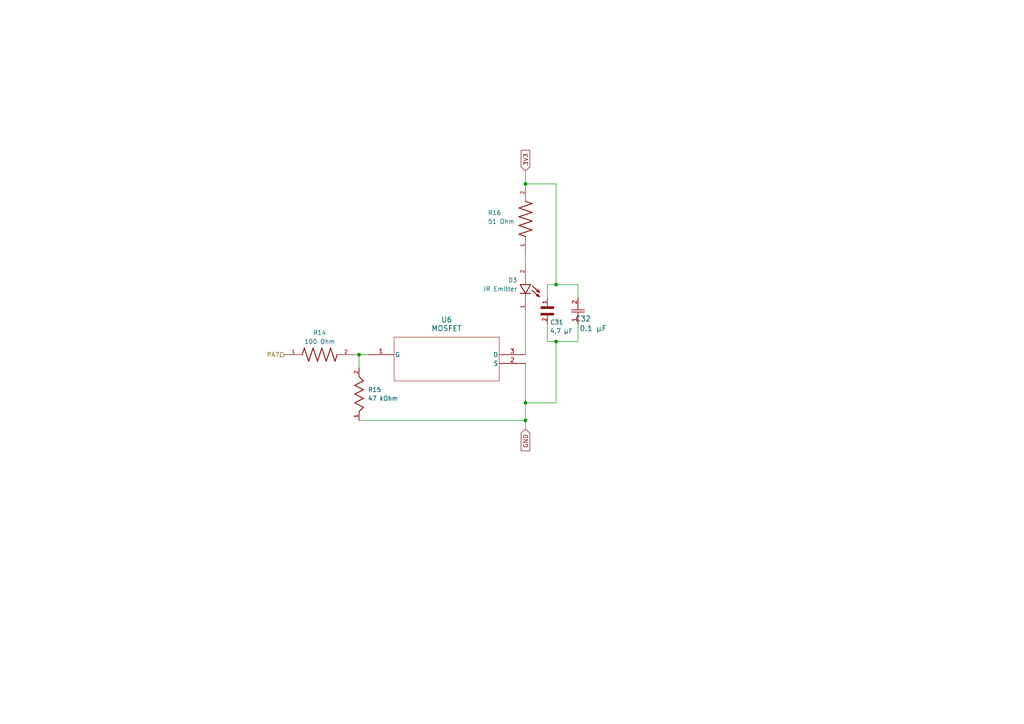
<source format=kicad_sch>
(kicad_sch (version 20250114) (generator "eeschema") (generator_version "9.0")
  (paper "A4")
  (lib_symbols
    (symbol "0.1µFCapacitor_2025-12-15_19-47-12:0402B104K160CT" (pin_names (offset 0.254))
      (property "Reference" "C" (at 3.81 3.81 0))
      (property "Value" "0402B104K160CT" (at 3.81 -3.81 0))
      (symbol "0402B104K160CT_1_1"
        (polyline (pts (xy 2.54 0) (xy 3.4798 0)) (stroke (width 0.2032)))
        (polyline (pts (xy 3.4798 -1.905) (xy 3.4798 1.905)) (stroke (width 0.2032)))
        (polyline (pts (xy 4.1148 0) (xy 5.08 0)) (stroke (width 0.2032)))
        (polyline (pts (xy 4.1148 -1.905) (xy 4.1148 1.905)) (stroke (width 0.2032)))
        (pin unspecified line (at 0 0 0) (length 2.54) (name "") (number "1"))
        (pin unspecified line (at 7.62 0 180) (length 2.54) (name "") (number "2"))
      )
      (symbol "0402B104K160CT_1_2"
        (polyline (pts (xy -1.905 -3.4798) (xy 1.905 -3.4798)) (stroke (width 0.2032)))
        (polyline (pts (xy -1.905 -4.1148) (xy 1.905 -4.1148)) (stroke (width 0.2032)))
        (polyline (pts (xy 0 -2.54) (xy 0 -3.4798)) (stroke (width 0.2032)))
        (polyline (pts (xy 0 -4.1148) (xy 0 -5.08)) (stroke (width 0.2032)))
        (pin unspecified line (at 0 0 270) (length 2.54) (name "") (number "1"))
        (pin unspecified line (at 0 -7.62 90) (length 2.54) (name "") (number "2"))
      )
    )
    (symbol "100OhmResistor_CRCW0603100RFKEA:CRCW0603100RFKEA" (pin_names (offset 1.016))
      (property "Reference" "R" (at -7.6244 2.5415 0))
      (property "Value" "CRCW0603100RFKEA" (at -7.63 -5.0866 0))
      (symbol "CRCW0603100RFKEA_0_0"
        (polyline (pts (xy -5.08 0) (xy -4.445 1.905)) (stroke (width 0.254)))
        (polyline (pts (xy -4.445 1.905) (xy -3.175 -1.905)) (stroke (width 0.254)))
        (polyline (pts (xy -3.175 -1.905) (xy -1.905 1.905)) (stroke (width 0.254)))
        (polyline (pts (xy -1.905 1.905) (xy -0.635 -1.905)) (stroke (width 0.254)))
        (polyline (pts (xy -0.635 -1.905) (xy 0.635 1.905)) (stroke (width 0.254)))
        (polyline (pts (xy 0.635 1.905) (xy 1.905 -1.905)) (stroke (width 0.254)))
        (polyline (pts (xy 1.905 -1.905) (xy 3.175 1.905)) (stroke (width 0.254)))
        (polyline (pts (xy 3.175 1.905) (xy 4.445 -1.905)) (stroke (width 0.254)))
        (polyline (pts (xy 4.445 -1.905) (xy 5.08 0)) (stroke (width 0.254)))
        (pin passive line (at -10.16 0 0) (length 5.08) (name "~") (number "1"))
        (pin passive line (at 10.16 0 180) (length 5.08) (name "~") (number "2"))
      )
    )
    (symbol "4.7µFCapacitor_CL10A475KP8NNNC:CL10A475KP8NNNC" (pin_names (offset 1.016))
      (property "Reference" "C" (at 0 3.8109 0))
      (property "Value" "CL10A475KP8NNNC" (at 0 -5.0885 0))
      (symbol "CL10A475KP8NNNC_0_0"
        (rectangle (start 0 -1.9069) (end 0.635 1.905) (stroke (width 0.1)) (fill (type outline)))
        (rectangle (start 1.9069 -1.9069) (end 2.54 1.905) (stroke (width 0.1)) (fill (type outline)))
        (pin passive line (at -2.54 0 0) (length 2.54) (name "~") (number "1"))
        (pin passive line (at 5.08 0 180) (length 2.54) (name "~") (number "2"))
      )
    )
    (symbol "47kOhmResistor_RC0603FR-0747KL:RC0603FR-0747KL" (pin_names (offset 1.016))
      (property "Reference" "R" (at -3.814 2.0087 0))
      (property "Value" "RC0603FR-0747KL" (at -3.8111 -3.557 0))
      (symbol "RC0603FR-0747KL_0_0"
        (polyline (pts (xy -5.08 0) (xy -3.81 -1.27)) (stroke (width 0.254)))
        (polyline (pts (xy -3.81 -1.27) (xy -2.54 1.27)) (stroke (width 0.254)))
        (polyline (pts (xy -2.54 1.27) (xy -1.27 -1.27)) (stroke (width 0.254)))
        (polyline (pts (xy -1.27 -1.27) (xy 0 1.27)) (stroke (width 0.254)))
        (polyline (pts (xy 0 1.27) (xy 1.27 -1.27)) (stroke (width 0.254)))
        (polyline (pts (xy 1.27 -1.27) (xy 2.54 1.27)) (stroke (width 0.254)))
        (polyline (pts (xy 2.54 1.27) (xy 3.81 -1.27)) (stroke (width 0.254)))
        (polyline (pts (xy 3.81 -1.27) (xy 5.08 0)) (stroke (width 0.254)))
        (pin passive line (at -7.62 0 0) (length 2.54) (name "~") (number "1"))
        (pin passive line (at 7.62 0 180) (length 2.54) (name "~") (number "2"))
      )
    )
    (symbol "51OhmResistor_RC0805FR-0751RL:RC0805FR-0751RL" (pin_names (offset 1.016))
      (property "Reference" "R" (at -7.6244 2.5415 0))
      (property "Value" "RC0805FR-0751RL" (at -7.63 -5.0866 0))
      (symbol "RC0805FR-0751RL_0_0"
        (polyline (pts (xy -5.08 0) (xy -4.445 1.905)) (stroke (width 0.254)))
        (polyline (pts (xy -4.445 1.905) (xy -3.175 -1.905)) (stroke (width 0.254)))
        (polyline (pts (xy -3.175 -1.905) (xy -1.905 1.905)) (stroke (width 0.254)))
        (polyline (pts (xy -1.905 1.905) (xy -0.635 -1.905)) (stroke (width 0.254)))
        (polyline (pts (xy -0.635 -1.905) (xy 0.635 1.905)) (stroke (width 0.254)))
        (polyline (pts (xy 0.635 1.905) (xy 1.905 -1.905)) (stroke (width 0.254)))
        (polyline (pts (xy 1.905 -1.905) (xy 3.175 1.905)) (stroke (width 0.254)))
        (polyline (pts (xy 3.175 1.905) (xy 4.445 -1.905)) (stroke (width 0.254)))
        (polyline (pts (xy 4.445 -1.905) (xy 5.08 0)) (stroke (width 0.254)))
        (pin passive line (at -10.16 0 0) (length 5.08) (name "~") (number "1"))
        (pin passive line (at 10.16 0 180) (length 5.08) (name "~") (number "2"))
      )
    )
    (symbol "IRSensor_APT1608F3C:APT1608F3C" (pin_names (offset 1.016))
      (property "Reference" "D" (at -3.0988 4.4958 0))
      (property "Value" "APT1608F3C" (at -3.556 -3.302 0))
      (symbol "APT1608F3C_0_0"
        (polyline (pts (xy -2.54 1.524) (xy -2.54 -1.524)) (stroke (width 0.254)))
        (polyline (pts (xy -2.54 0) (xy -5.08 0)) (stroke (width 0.1524)))
        (polyline (pts (xy -2.54 -1.524) (xy 0 0)) (stroke (width 0.254)))
        (polyline (pts (xy -1.143 3.683) (xy -0.5715 3.175) (xy -0.1905 4.191) (xy -1.143 3.683)) (stroke (width 0.1524)) (fill (type outline)))
        (polyline (pts (xy -0.3556 4.0386) (xy -2.1336 2.0066)) (stroke (width 0.254)))
        (polyline (pts (xy 0 1.524) (xy 0 0)) (stroke (width 0.254)))
        (polyline (pts (xy 0 0) (xy -2.54 1.524)) (stroke (width 0.254)))
        (polyline (pts (xy 0 0) (xy 0 -1.524)) (stroke (width 0.254)))
        (polyline (pts (xy 0.127 3.6195) (xy 0.6985 3.1115) (xy 1.0795 4.191) (xy 0.127 3.6195)) (stroke (width 0.1524)) (fill (type outline)))
        (polyline (pts (xy 0.889 3.937) (xy -0.889 1.905)) (stroke (width 0.254)))
        (polyline (pts (xy 2.54 0) (xy 0 0)) (stroke (width 0.1524)))
        (pin passive line (at -7.62 0 0) (length 2.54) (name "~") (number "2"))
        (pin passive line (at 5.08 0 180) (length 2.54) (name "~") (number "1"))
      )
    )
    (symbol "MOSFET_2026-01-14_23-16-18:2N7002-7-F" (pin_names (offset 0.254))
      (property "Reference" "U" (at 22.86 10.16 0))
      (property "Value" "2N7002-7-F" (at 22.86 7.62 0))
      (symbol "2N7002-7-F_0_1"
        (polyline (pts (xy 7.62 5.08) (xy 7.62 -7.62)) (stroke (width 0.127)))
        (polyline (pts (xy 7.62 -7.62) (xy 38.1 -7.62)) (stroke (width 0.127)))
        (polyline (pts (xy 38.1 5.08) (xy 7.62 5.08)) (stroke (width 0.127)))
        (polyline (pts (xy 38.1 -7.62) (xy 38.1 5.08)) (stroke (width 0.127)))
        (pin unspecified line (at 0 0 0) (length 7.62) (name "G") (number "1"))
        (pin unspecified line (at 45.72 0 180) (length 7.62) (name "D") (number "3"))
        (pin unspecified line (at 45.72 -2.54 180) (length 7.62) (name "S") (number "2"))
      )
    )
  )
  (junction (at 161.29 99.06))
  (junction (at 152.4 116.84))
  (junction (at 152.4 121.92))
  (junction (at 161.29 82.55))
  (junction (at 104.14 102.87))
  (junction (at 152.4 53.34))
  (wire (pts (xy 161.29 82.55) (xy 167.64 82.55)))
  (wire (pts (xy 167.64 99.06) (xy 167.64 93.98)))
  (wire (pts (xy 104.14 102.87) (xy 104.14 106.68)))
  (wire (pts (xy 161.29 53.34) (xy 161.29 82.55)))
  (wire (pts (xy 152.4 121.92) (xy 152.4 116.84)))
  (wire (pts (xy 102.87 102.87) (xy 104.14 102.87)))
  (wire (pts (xy 161.29 116.84) (xy 152.4 116.84)))
  (wire (pts (xy 158.75 82.55) (xy 161.29 82.55)))
  (wire (pts (xy 158.75 99.06) (xy 161.29 99.06)))
  (wire (pts (xy 152.4 90.17) (xy 152.4 102.87)))
  (wire (pts (xy 152.4 73.66) (xy 152.4 77.47)))
  (wire (pts (xy 152.4 53.34) (xy 161.29 53.34)))
  (wire (pts (xy 152.4 124.46) (xy 152.4 121.92)))
  (wire (pts (xy 104.14 121.92) (xy 152.4 121.92)))
  (wire (pts (xy 167.64 82.55) (xy 167.64 86.36)))
  (wire (pts (xy 152.4 105.41) (xy 152.4 116.84)))
  (wire (pts (xy 158.75 93.98) (xy 158.75 99.06)))
  (wire (pts (xy 161.29 99.06) (xy 161.29 116.84)))
  (wire (pts (xy 104.14 102.87) (xy 106.68 102.87)))
  (wire (pts (xy 158.75 86.36) (xy 158.75 82.55)))
  (wire (pts (xy 161.29 99.06) (xy 167.64 99.06)))
  (wire (pts (xy 152.4 49.53) (xy 152.4 53.34)))
  (global_label "3V3" (shape input) (at 152.4 49.53 90) (property "Intersheetrefs" "${INTERSHEET_REFS}" (effects (hide yes))))
  (global_label "GND" (shape input) (at 152.4 124.46 270) (property "Intersheetrefs" "${INTERSHEET_REFS}" (effects (hide yes))))
  (hierarchical_label "PA7" (shape input) (at 82.55 102.87 180))
  (symbol (lib_id "MOSFET_2026-01-14_23-16-18:2N7002-7-F") (at 106.68 102.87 0) (unit 1)
    (property "Reference" "U6" (at 129.54 92.71 0) (effects (font (size 1.524 1.524))))
    (property "Value" "MOSFET" (at 129.54 95.25 0) (effects (font (size 1.524 1.524))))
    (property "Footprint" "MOSFET_footprints:SOT-23_1_DIO" (effects (hide yes)))
    (property "Datasheet" "2N7002-7-F" (effects (hide yes)))
  )
  (symbol (lib_id "4.7µFCapacitor_CL10A475KP8NNNC:CL10A475KP8NNNC") (at 158.75 88.9 270) (unit 1)
    (property "Reference" "C31" (at 159.512 93.472 90) (effects (justify left)))
    (property "Value" "4.7 µF" (at 159.512 96.012 90) (effects (justify left)))
    (property "Footprint" "CL10A475KP8NNNC:CAPC1608X90N" (effects (hide yes)))
    (property "E_max" "0.9" (effects (hide yes)))
    (property "L_max" "0.5" (effects (hide yes)))
    (property "A_max" "0.9" (effects (hide yes)))
    (property "L1_nom" "0.3" (effects (hide yes)))
    (property "D_max" "1.7" (effects (hide yes)))
    (property "A_nom" "0.9" (effects (hide yes)))
    (property "L1_max" "0.5" (effects (hide yes)))
    (property "L1_min" "0.1" (effects (hide yes)))
    (property "A_min" "0.9" (effects (hide yes)))
    (property "E_min" "0.7" (effects (hide yes)))
    (property "D_min" "1.5" (effects (hide yes)))
    (property "D_nom" "1.6" (effects (hide yes)))
    (property "E_nom" "0.8" (effects (hide yes)))
    (property "STANDARD" "IPC 7351B" (effects (hide yes)))
    (property "L_min" "0.1" (effects (hide yes)))
    (property "L_nom" "0.3" (effects (hide yes)))
    (property "MANUFACTURER" "Samsung Electro-Mechanics" (effects (hide yes)))
  )
  (symbol (lib_id "IRSensor_APT1608F3C:APT1608F3C") (at 152.4 85.09 270) (unit 1)
    (property "Reference" "D3" (at 147.32 81.28 90) (effects (justify left)))
    (property "Value" "IR Emitter" (at 140.208 83.82 90) (effects (justify left)))
    (property "Footprint" "APT1608F3C:LED_APT1608F3C" (effects (hide yes)))
    (property "PARTREV" "V.20B" (effects (hide yes)))
    (property "STANDARD" "Manufacturer Recommendations" (effects (hide yes)))
    (property "MAXIMUM_PACKAGE_HEIGHT" "0.75mm" (effects (hide yes)))
    (property "MANUFACTURER" "Kingbright" (effects (hide yes)))
  )
  (symbol (lib_id "100OhmResistor_CRCW0603100RFKEA:CRCW0603100RFKEA") (at 92.71 102.87 0) (unit 1)
    (property "Reference" "R14" (at 92.71 96.52 0))
    (property "Value" "100 Ohm" (at 92.71 99.06 0))
    (property "Footprint" "CRCW0603100RFKEA:RESC1508X50N" (effects (hide yes)))
  )
  (symbol (lib_id "51OhmResistor_RC0805FR-0751RL:RC0805FR-0751RL") (at 152.4 63.5 90) (unit 1)
    (property "Reference" "R16" (at 141.478 61.722 90) (effects (justify right)))
    (property "Value" "51 Ohm" (at 141.478 64.262 90) (effects (justify right)))
    (property "Footprint" "RC0805FR_0751RL:RESC2012X60N" (effects (hide yes)))
  )
  (symbol (lib_id "47kOhmResistor_RC0603FR-0747KL:RC0603FR-0747KL") (at 104.14 114.3 90) (unit 1)
    (property "Reference" "R15" (at 106.68 113.0299 90) (effects (justify right)))
    (property "Value" "47 kOhm" (at 106.68 115.5699 90) (effects (justify right)))
    (property "Footprint" "RC0603FR_0747KL:RESC1608X55" (effects (hide yes)))
    (property "MANUFACTURER" "YAGEO" (effects (hide yes)))
  )
  (symbol (lib_id "0.1µFCapacitor_2025-12-15_19-47-12:0402B104K160CT") (at 167.64 93.98 90) (unit 1)
    (property "Reference" "C32" (at 171.45 92.456 90) (effects (font (size 1.524 1.524)) (justify left)))
    (property "Value" "0.1 µF" (at 176.022 95.25 90) (effects (font (size 1.524 1.524)) (justify left)))
    (property "Footprint" "Ceramic_Capacitor_0.1uF_CL21B104KBCNNNC:CAPC2012X95N" (effects (hide yes)))
    (property "Datasheet" "0402B104K160CT" (effects (hide yes)))
  )
)
</source>
